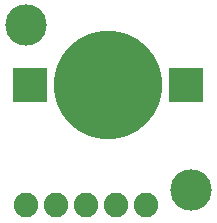
<source format=gbs>
G75*
%MOIN*%
%OFA0B0*%
%FSLAX24Y24*%
%IPPOS*%
%LPD*%
%AMOC8*
5,1,8,0,0,1.08239X$1,22.5*
%
%ADD10C,0.1380*%
%ADD11R,0.1175X0.1175*%
%ADD12C,0.3623*%
%ADD13C,0.0820*%
D10*
X006750Y007500D03*
X001250Y013000D03*
D11*
X001400Y011000D03*
X006600Y011000D03*
D12*
X004000Y011000D03*
D13*
X001250Y007000D03*
X002250Y007000D03*
X003250Y007000D03*
X004250Y007000D03*
X005250Y007000D03*
M02*

</source>
